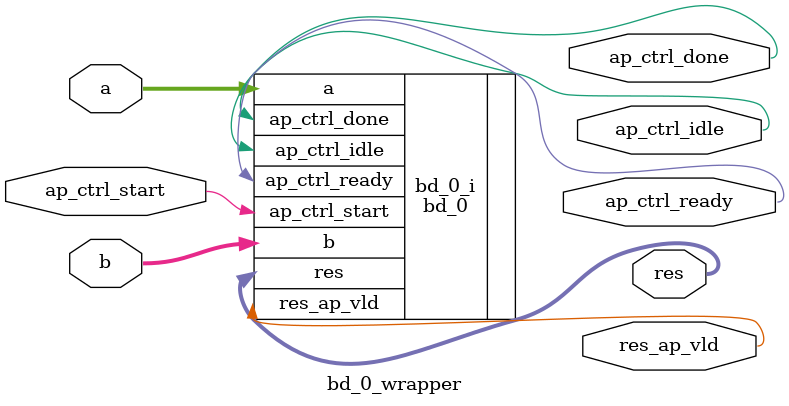
<source format=v>
`timescale 1 ps / 1 ps

module bd_0_wrapper
   (a,
    ap_ctrl_done,
    ap_ctrl_idle,
    ap_ctrl_ready,
    ap_ctrl_start,
    b,
    res,
    res_ap_vld);
  input [127:0]a;
  output ap_ctrl_done;
  output ap_ctrl_idle;
  output ap_ctrl_ready;
  input ap_ctrl_start;
  input [127:0]b;
  output [127:0]res;
  output res_ap_vld;

  wire [127:0]a;
  wire ap_ctrl_done;
  wire ap_ctrl_idle;
  wire ap_ctrl_ready;
  wire ap_ctrl_start;
  wire [127:0]b;
  wire [127:0]res;
  wire res_ap_vld;

  bd_0 bd_0_i
       (.a(a),
        .ap_ctrl_done(ap_ctrl_done),
        .ap_ctrl_idle(ap_ctrl_idle),
        .ap_ctrl_ready(ap_ctrl_ready),
        .ap_ctrl_start(ap_ctrl_start),
        .b(b),
        .res(res),
        .res_ap_vld(res_ap_vld));
endmodule

</source>
